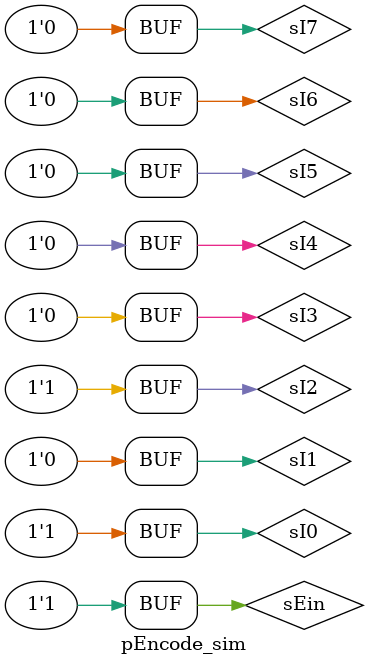
<source format=sv>
`timescale 1ns / 1ps


module pEncode_sim();
    logic sI0,sI1,sI2,sI3;
    logic sI4,sI5,sI6,sI7,sEin;
    logic sEout,sGS;
    logic[2:0] sBout;
    
    pEncoder UUT(
    .I0(sI0), .I1(sI1),.I2(sI2),.I3(sI3),.I4(sI4),
    .I5(sI5),.I6(sI6),.I7(sI7),.Ein(sEin),.Eout(sEout),.GS(sGS),
    .Bout(sBout)
    );
    
    initial begin
    sI1=1'b0; sI2=1'b0; sI3=1'b0;
    sI4=1'b0; sI5=1'b0; sI6=1'b0;
    sI7=1'b0; sI0=1'b0;
    #10;
    sEin = 1'b0;
    #10;
    sEin =1'b1;
    sI3=1'b1;
    sI2=1'b1;
    #10;
    sI7=1'b1;
    #10;
    sI1=1'b1; sI2=1'b1; sI3=1'b1;
    sI4=1'b1; sI5=1'b1; sI6=1'b1;
    sI7=1'b1; sI0=1;
    #10;
    sI1=1'b0; sI2=1'b0; sI3=1'b0;
    sI4=1'b0; sI5=1'b0; sI6=1'b0;
    sI7=1'b0;
    #10;
    sI1=1'b0; sI2=1'b0; sI3=1'b0;
    sI4=1'b0; sI5=1'b0; sI6=1'b0;
    sI7=1'b0; sI0=0;
    #10;
    sI1=1'b1; sI2=1'b0; sI3=1'b1;
    sI4=1'b1; sI5=1'b1; sI6=1'b0;
    sI7=1'b0; sI0=0;
    #10;
    sI1=1'b1; sI2=1'b0; sI3=1'b0;
    sI4=1'b0; sI5=1'b0; sI6=1'b0;
    sI7=1'b0; sI0=1;
    #10;
    sI1=1'b1; sI2=1'b0; sI3=1'b0;
    sI4=1'b1; sI5=1'b0; sI6=1'b0;
    sI7=1'b1; sI0=0;
    sEin=0;
    #10;
    sI1=1'b0; sI2=1'b1; sI3=1'b0;
    sI4=1'b0; sI5=1'b0; sI6=1'b0;
    sI7=1'b0; sI0=1;
    sEin=1;
    
    end
    

endmodule

</source>
